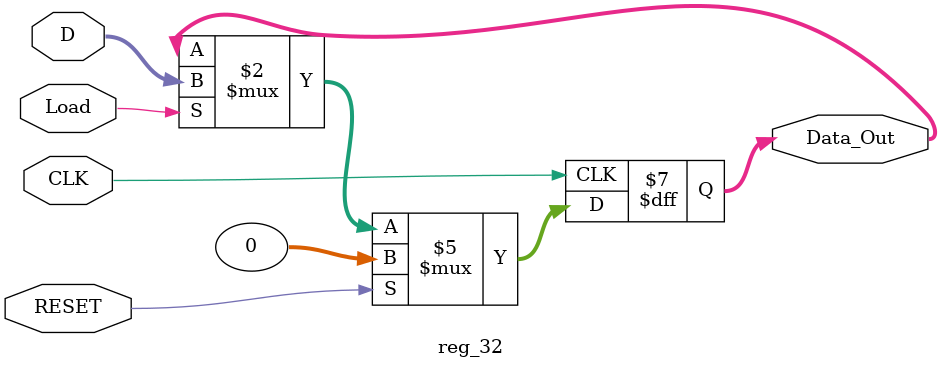
<source format=sv>
module reg_32 (input  logic CLK, RESET, Load,
              input  logic [31:0]  D,
              output logic [31:0]  Data_Out);

    always_ff @ (posedge CLK)
    begin
	 	 if (RESET) //notice, this is a sycnrhonous reset, which is recommended on the FPGA
			  Data_Out <= 32'h0;
		 else if (Load)
			  Data_Out <= D; 
    end

endmodule

</source>
